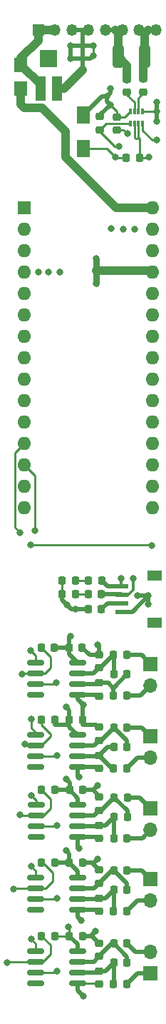
<source format=gtl>
G04 #@! TF.GenerationSoftware,KiCad,Pcbnew,(6.0.6)*
G04 #@! TF.CreationDate,2022-09-05T13:44:10+02:00*
G04 #@! TF.ProjectId,PAINTREv4,5041494e-5452-4457-9634-2e6b69636164,rev?*
G04 #@! TF.SameCoordinates,Original*
G04 #@! TF.FileFunction,Copper,L1,Top*
G04 #@! TF.FilePolarity,Positive*
%FSLAX46Y46*%
G04 Gerber Fmt 4.6, Leading zero omitted, Abs format (unit mm)*
G04 Created by KiCad (PCBNEW (6.0.6)) date 2022-09-05 13:44:10*
%MOMM*%
%LPD*%
G01*
G04 APERTURE LIST*
G04 Aperture macros list*
%AMRoundRect*
0 Rectangle with rounded corners*
0 $1 Rounding radius*
0 $2 $3 $4 $5 $6 $7 $8 $9 X,Y pos of 4 corners*
0 Add a 4 corners polygon primitive as box body*
4,1,4,$2,$3,$4,$5,$6,$7,$8,$9,$2,$3,0*
0 Add four circle primitives for the rounded corners*
1,1,$1+$1,$2,$3*
1,1,$1+$1,$4,$5*
1,1,$1+$1,$6,$7*
1,1,$1+$1,$8,$9*
0 Add four rect primitives between the rounded corners*
20,1,$1+$1,$2,$3,$4,$5,0*
20,1,$1+$1,$4,$5,$6,$7,0*
20,1,$1+$1,$6,$7,$8,$9,0*
20,1,$1+$1,$8,$9,$2,$3,0*%
G04 Aperture macros list end*
G04 #@! TA.AperFunction,SMDPad,CuDef*
%ADD10R,1.600000X1.800000*%
G04 #@! TD*
G04 #@! TA.AperFunction,SMDPad,CuDef*
%ADD11R,1.600000X2.000000*%
G04 #@! TD*
G04 #@! TA.AperFunction,SMDPad,CuDef*
%ADD12RoundRect,0.218750X-0.218750X-0.256250X0.218750X-0.256250X0.218750X0.256250X-0.218750X0.256250X0*%
G04 #@! TD*
G04 #@! TA.AperFunction,ComponentPad*
%ADD13R,1.350000X1.350000*%
G04 #@! TD*
G04 #@! TA.AperFunction,ComponentPad*
%ADD14O,1.350000X1.350000*%
G04 #@! TD*
G04 #@! TA.AperFunction,SMDPad,CuDef*
%ADD15R,1.800000X1.200000*%
G04 #@! TD*
G04 #@! TA.AperFunction,SMDPad,CuDef*
%ADD16R,1.550000X0.600000*%
G04 #@! TD*
G04 #@! TA.AperFunction,SMDPad,CuDef*
%ADD17RoundRect,0.218750X0.218750X0.256250X-0.218750X0.256250X-0.218750X-0.256250X0.218750X-0.256250X0*%
G04 #@! TD*
G04 #@! TA.AperFunction,SMDPad,CuDef*
%ADD18RoundRect,0.225000X0.225000X0.250000X-0.225000X0.250000X-0.225000X-0.250000X0.225000X-0.250000X0*%
G04 #@! TD*
G04 #@! TA.AperFunction,SMDPad,CuDef*
%ADD19RoundRect,0.225000X-0.250000X0.225000X-0.250000X-0.225000X0.250000X-0.225000X0.250000X0.225000X0*%
G04 #@! TD*
G04 #@! TA.AperFunction,SMDPad,CuDef*
%ADD20RoundRect,0.250000X0.400000X1.075000X-0.400000X1.075000X-0.400000X-1.075000X0.400000X-1.075000X0*%
G04 #@! TD*
G04 #@! TA.AperFunction,SMDPad,CuDef*
%ADD21RoundRect,0.225000X-0.225000X-0.250000X0.225000X-0.250000X0.225000X0.250000X-0.225000X0.250000X0*%
G04 #@! TD*
G04 #@! TA.AperFunction,SMDPad,CuDef*
%ADD22RoundRect,0.150000X0.825000X0.150000X-0.825000X0.150000X-0.825000X-0.150000X0.825000X-0.150000X0*%
G04 #@! TD*
G04 #@! TA.AperFunction,ComponentPad*
%ADD23R,1.700000X1.700000*%
G04 #@! TD*
G04 #@! TA.AperFunction,ComponentPad*
%ADD24O,1.700000X1.700000*%
G04 #@! TD*
G04 #@! TA.AperFunction,SMDPad,CuDef*
%ADD25RoundRect,0.218750X-0.256250X0.218750X-0.256250X-0.218750X0.256250X-0.218750X0.256250X0.218750X0*%
G04 #@! TD*
G04 #@! TA.AperFunction,ComponentPad*
%ADD26R,1.600000X1.600000*%
G04 #@! TD*
G04 #@! TA.AperFunction,ComponentPad*
%ADD27O,1.600000X1.600000*%
G04 #@! TD*
G04 #@! TA.AperFunction,SMDPad,CuDef*
%ADD28R,0.330000X0.710000*%
G04 #@! TD*
G04 #@! TA.AperFunction,SMDPad,CuDef*
%ADD29R,0.310000X0.660000*%
G04 #@! TD*
G04 #@! TA.AperFunction,SMDPad,CuDef*
%ADD30RoundRect,0.225000X0.250000X-0.225000X0.250000X0.225000X-0.250000X0.225000X-0.250000X-0.225000X0*%
G04 #@! TD*
G04 #@! TA.AperFunction,SMDPad,CuDef*
%ADD31R,1.200000X3.000000*%
G04 #@! TD*
G04 #@! TA.AperFunction,SMDPad,CuDef*
%ADD32R,2.000000X2.000000*%
G04 #@! TD*
G04 #@! TA.AperFunction,ViaPad*
%ADD33C,0.800000*%
G04 #@! TD*
G04 #@! TA.AperFunction,Conductor*
%ADD34C,0.500000*%
G04 #@! TD*
G04 #@! TA.AperFunction,Conductor*
%ADD35C,0.250000*%
G04 #@! TD*
G04 #@! TA.AperFunction,Conductor*
%ADD36C,1.000000*%
G04 #@! TD*
G04 #@! TA.AperFunction,Conductor*
%ADD37C,0.300000*%
G04 #@! TD*
G04 #@! TA.AperFunction,Conductor*
%ADD38C,0.750000*%
G04 #@! TD*
G04 #@! TA.AperFunction,Conductor*
%ADD39C,0.350000*%
G04 #@! TD*
G04 APERTURE END LIST*
D10*
X126615000Y-40880000D03*
X126615000Y-38080000D03*
D11*
X134000000Y-44000000D03*
X134000000Y-48000000D03*
D12*
X134612500Y-102600000D03*
X136187500Y-102600000D03*
X134612500Y-100800000D03*
X136187500Y-100800000D03*
X131525000Y-99200000D03*
X133100000Y-99200000D03*
X131512500Y-100800000D03*
X133087500Y-100800000D03*
X134625000Y-99200000D03*
X136200000Y-99200000D03*
D13*
X128665000Y-33950000D03*
D14*
X130665000Y-33950000D03*
X132665000Y-33950000D03*
X134665000Y-33950000D03*
X136665000Y-33950000D03*
X138665000Y-33950000D03*
X140665000Y-33950000D03*
X142665000Y-33950000D03*
D15*
X142475000Y-98600000D03*
X142475000Y-104200000D03*
D16*
X138600000Y-102900000D03*
X138600000Y-101900000D03*
X138600000Y-100900000D03*
X138600000Y-99900000D03*
D17*
X140715000Y-49050000D03*
X139140000Y-49050000D03*
D18*
X139257000Y-127206000D03*
X137707000Y-127206000D03*
D12*
X129074000Y-124031000D03*
X130649000Y-124031000D03*
D19*
X135904000Y-145536000D03*
X135904000Y-147086000D03*
D20*
X141300000Y-37100000D03*
X138200000Y-37100000D03*
D19*
X135904000Y-142208000D03*
X135904000Y-143758000D03*
D21*
X132376000Y-115750000D03*
X133926000Y-115750000D03*
D22*
X133378000Y-129619000D03*
X133378000Y-128349000D03*
X133378000Y-127079000D03*
X133378000Y-125809000D03*
X128428000Y-125809000D03*
X128428000Y-127079000D03*
X128428000Y-128349000D03*
X128428000Y-129619000D03*
D19*
X135904000Y-136873000D03*
X135904000Y-138423000D03*
D21*
X132376000Y-141345000D03*
X133926000Y-141345000D03*
D17*
X139231500Y-142234000D03*
X137656500Y-142234000D03*
D12*
X129024000Y-107150000D03*
X130599000Y-107150000D03*
D19*
X135879000Y-108013000D03*
X135879000Y-109563000D03*
D18*
X139232000Y-118920000D03*
X137682000Y-118920000D03*
D21*
X137669000Y-110345000D03*
X139219000Y-110345000D03*
D23*
X142025000Y-126210000D03*
D24*
X142025000Y-128750000D03*
D25*
X141110000Y-39712500D03*
X141110000Y-41287500D03*
D12*
X129049000Y-132682000D03*
X130624000Y-132682000D03*
D23*
X142025000Y-117670000D03*
D24*
X142025000Y-120210000D03*
D21*
X132401000Y-124031000D03*
X133951000Y-124031000D03*
D17*
X139206500Y-108039000D03*
X137631500Y-108039000D03*
D19*
X135929000Y-128222000D03*
X135929000Y-129772000D03*
D26*
X127000000Y-55000000D03*
D27*
X127000000Y-57540000D03*
X127000000Y-60080000D03*
X127000000Y-62620000D03*
X127000000Y-65160000D03*
X127000000Y-67700000D03*
X127000000Y-70240000D03*
X127000000Y-72780000D03*
X127000000Y-75320000D03*
X127000000Y-77860000D03*
X127000000Y-80400000D03*
X127000000Y-82940000D03*
X127000000Y-85480000D03*
X127000000Y-88020000D03*
X127000000Y-90560000D03*
X142240000Y-90560000D03*
X142240000Y-88020000D03*
X142240000Y-85480000D03*
X142240000Y-82940000D03*
X142240000Y-80400000D03*
X142240000Y-77860000D03*
X142240000Y-75320000D03*
X142240000Y-72780000D03*
X142240000Y-70240000D03*
X142240000Y-67700000D03*
X142240000Y-65160000D03*
X142240000Y-62620000D03*
X142240000Y-60080000D03*
X142240000Y-57540000D03*
X142240000Y-55000000D03*
D19*
X135904000Y-133545000D03*
X135904000Y-135095000D03*
D23*
X142025000Y-134607000D03*
D24*
X142025000Y-137147000D03*
D22*
X133353000Y-138270000D03*
X133353000Y-137000000D03*
X133353000Y-135730000D03*
X133353000Y-134460000D03*
X128403000Y-134460000D03*
X128403000Y-135730000D03*
X128403000Y-137000000D03*
X128403000Y-138270000D03*
D17*
X139256500Y-124920000D03*
X137681500Y-124920000D03*
X139231500Y-133571000D03*
X137656500Y-133571000D03*
D18*
X139232000Y-144520000D03*
X137682000Y-144520000D03*
D19*
X135904000Y-116608000D03*
X135904000Y-118158000D03*
D22*
X133353000Y-121333000D03*
X133353000Y-120063000D03*
X133353000Y-118793000D03*
X133353000Y-117523000D03*
X128403000Y-117523000D03*
X128403000Y-118793000D03*
X128403000Y-120063000D03*
X128403000Y-121333000D03*
D23*
X142000000Y-145790000D03*
D24*
X142000000Y-143250000D03*
D23*
X142025000Y-109095000D03*
D24*
X142025000Y-111635000D03*
D19*
X135879000Y-111341000D03*
X135879000Y-112891000D03*
D17*
X139181000Y-112865000D03*
X137606000Y-112865000D03*
D25*
X139240000Y-39742500D03*
X139240000Y-41317500D03*
D28*
X139590000Y-45035000D03*
D29*
X140090000Y-45035000D03*
X140590000Y-45035000D03*
X141090000Y-45035000D03*
X141090000Y-43565000D03*
X140590000Y-43565000D03*
X140090000Y-43565000D03*
X139590000Y-43565000D03*
D12*
X129049000Y-141345000D03*
X130624000Y-141345000D03*
D17*
X139206000Y-121460000D03*
X137631000Y-121460000D03*
X139206000Y-138397000D03*
X137631000Y-138397000D03*
X139206000Y-147060000D03*
X137631000Y-147060000D03*
X139231000Y-129746000D03*
X137656000Y-129746000D03*
D18*
X139232000Y-135857000D03*
X137682000Y-135857000D03*
D22*
X133328000Y-112738000D03*
X133328000Y-111468000D03*
X133328000Y-110198000D03*
X133328000Y-108928000D03*
X128378000Y-108928000D03*
X128378000Y-110198000D03*
X128378000Y-111468000D03*
X128378000Y-112738000D03*
D25*
X136000000Y-44212500D03*
X136000000Y-45787500D03*
D21*
X132376000Y-132682000D03*
X133926000Y-132682000D03*
X132351000Y-107150000D03*
X133901000Y-107150000D03*
D12*
X129049000Y-115750000D03*
X130624000Y-115750000D03*
D19*
X135904000Y-119936000D03*
X135904000Y-121486000D03*
D30*
X138000000Y-45775000D03*
X138000000Y-44225000D03*
D22*
X133353000Y-146933000D03*
X133353000Y-145663000D03*
X133353000Y-144393000D03*
X133353000Y-143123000D03*
X128403000Y-143123000D03*
X128403000Y-144393000D03*
X128403000Y-145663000D03*
X128403000Y-146933000D03*
D17*
X139231500Y-116634000D03*
X137656500Y-116634000D03*
D19*
X135929000Y-124894000D03*
X135929000Y-126444000D03*
D31*
X128915000Y-40900000D03*
X130915000Y-40900000D03*
D32*
X129915000Y-37350000D03*
D33*
X134000000Y-113965000D03*
X133915000Y-35800000D03*
X142750000Y-43550000D03*
X129880000Y-62620000D03*
X135750000Y-106845000D03*
X131200000Y-62600000D03*
X133500000Y-122500000D03*
X133915000Y-38700000D03*
X137815000Y-49000000D03*
X140500000Y-101000000D03*
X141750000Y-101000000D03*
X135215000Y-35800000D03*
X135750000Y-123500000D03*
X139250000Y-46250000D03*
X137300000Y-57500000D03*
X132515000Y-35800000D03*
X138760000Y-57540000D03*
X133500000Y-131000000D03*
X134000000Y-148500000D03*
X135500000Y-140750000D03*
X132515000Y-37300000D03*
X133915000Y-37300000D03*
X132815000Y-39800000D03*
X133750000Y-139500000D03*
X135215000Y-37000000D03*
X140160000Y-57540000D03*
X128680000Y-62620000D03*
X135750000Y-132250000D03*
X142750000Y-44750000D03*
X142750000Y-42450000D03*
X141750000Y-102000000D03*
X138500000Y-99000000D03*
X140000000Y-99000000D03*
X125000000Y-144500000D03*
X127830000Y-141726000D03*
X127830000Y-115635000D03*
X127805000Y-107531000D03*
X127830000Y-124670000D03*
X127750000Y-95000000D03*
X127830000Y-133063000D03*
X142200000Y-95100000D03*
X128250000Y-93250000D03*
X126750000Y-110345000D03*
X125750000Y-135750000D03*
X126500000Y-127000000D03*
X135600000Y-62500000D03*
X132500000Y-105845000D03*
X132000000Y-122750000D03*
X137000000Y-62500000D03*
X135600000Y-64000000D03*
X137240000Y-40880000D03*
X133100000Y-102600000D03*
X136815000Y-41800000D03*
X132250000Y-140250000D03*
X135600000Y-61000000D03*
X132125000Y-102125000D03*
X132000000Y-131250000D03*
X132000000Y-114215000D03*
X137227500Y-42812500D03*
X130903000Y-128222000D03*
X130878000Y-119936000D03*
X130878000Y-136873000D03*
X130878000Y-145536000D03*
X130853000Y-111341000D03*
X126500000Y-93500000D03*
X127105500Y-118573773D03*
X138250000Y-47750000D03*
X141815000Y-49000000D03*
X142715000Y-47000000D03*
D34*
X133353000Y-138270000D02*
X133353000Y-139103000D01*
D35*
X141090000Y-43565000D02*
X142735000Y-43565000D01*
D34*
X141750000Y-101000000D02*
X140500000Y-101000000D01*
X135318000Y-132682000D02*
X135750000Y-132250000D01*
X135041000Y-132682000D02*
X135318000Y-132682000D01*
X135776000Y-129619000D02*
X135929000Y-129772000D01*
D36*
X132815000Y-39800000D02*
X133915000Y-38700000D01*
D34*
X133378000Y-129619000D02*
X135776000Y-129619000D01*
X133328000Y-112738000D02*
X135726000Y-112738000D01*
X133765000Y-33950000D02*
X132665000Y-33950000D01*
D35*
X135751000Y-146933000D02*
X135904000Y-147086000D01*
D34*
X135879000Y-106974000D02*
X135750000Y-106845000D01*
X139850000Y-102900000D02*
X141750000Y-101000000D01*
X135219000Y-124031000D02*
X135750000Y-123500000D01*
X134764000Y-108013000D02*
X133901000Y-107150000D01*
X134980000Y-138270000D02*
X135751000Y-138270000D01*
X134915000Y-37300000D02*
X135215000Y-37000000D01*
X132515000Y-37300000D02*
X132515000Y-35800000D01*
X142750000Y-43550000D02*
X142750000Y-44750000D01*
X133353000Y-147853000D02*
X134000000Y-148500000D01*
X135929000Y-124741000D02*
X135219000Y-124031000D01*
X133378000Y-129619000D02*
X133378000Y-130878000D01*
X133915000Y-37300000D02*
X133915000Y-35800000D01*
X133353000Y-121333000D02*
X135751000Y-121333000D01*
D35*
X134000000Y-48000000D02*
X136815000Y-48000000D01*
X137865000Y-49050000D02*
X137815000Y-49000000D01*
D34*
X133328000Y-112738000D02*
X133328000Y-113293000D01*
X132515000Y-35800000D02*
X135215000Y-35800000D01*
X133926000Y-116285000D02*
X135581000Y-116285000D01*
X142750000Y-43550000D02*
X142750000Y-42450000D01*
X133353000Y-146933000D02*
X133353000Y-147853000D01*
X133915000Y-34100000D02*
X133765000Y-33950000D01*
X132515000Y-37300000D02*
X134915000Y-37300000D01*
X133915000Y-38700000D02*
X133915000Y-37300000D01*
X135751000Y-138270000D02*
X135904000Y-138423000D01*
X133765000Y-33950000D02*
X134665000Y-33950000D01*
D35*
X136815000Y-48000000D02*
X137815000Y-49000000D01*
D34*
X133353000Y-138270000D02*
X134980000Y-138270000D01*
X134905000Y-141345000D02*
X135041000Y-141345000D01*
D35*
X135165000Y-37050000D02*
X135215000Y-37000000D01*
D34*
X135726000Y-112738000D02*
X135879000Y-112891000D01*
D35*
X142735000Y-43565000D02*
X142750000Y-43550000D01*
D34*
X135041000Y-132682000D02*
X135904000Y-133545000D01*
X133378000Y-130878000D02*
X133500000Y-131000000D01*
X141750000Y-101000000D02*
X141750000Y-102000000D01*
X135879000Y-108013000D02*
X135879000Y-106974000D01*
X133328000Y-113293000D02*
X134000000Y-113965000D01*
X133926000Y-132682000D02*
X135041000Y-132682000D01*
X133915000Y-35800000D02*
X133915000Y-34100000D01*
D35*
X139140000Y-49050000D02*
X137865000Y-49050000D01*
D34*
X133926000Y-115750000D02*
X133926000Y-114039000D01*
D35*
X133353000Y-146933000D02*
X135751000Y-146933000D01*
X135215000Y-37000000D02*
X135215000Y-35800000D01*
X138000000Y-45775000D02*
X138775000Y-45775000D01*
D34*
X133353000Y-122353000D02*
X133500000Y-122500000D01*
X135751000Y-121333000D02*
X135904000Y-121486000D01*
X133951000Y-124031000D02*
X135219000Y-124031000D01*
X138600000Y-102900000D02*
X139850000Y-102900000D01*
X135581000Y-116285000D02*
X135904000Y-116608000D01*
X133353000Y-121333000D02*
X133353000Y-122353000D01*
D36*
X131715000Y-40900000D02*
X132815000Y-39800000D01*
X130915000Y-40900000D02*
X131715000Y-40900000D01*
D34*
X135879000Y-108013000D02*
X134764000Y-108013000D01*
X134905000Y-141345000D02*
X135500000Y-140750000D01*
X135041000Y-141345000D02*
X135904000Y-142208000D01*
X135929000Y-124894000D02*
X135929000Y-124741000D01*
X133353000Y-139103000D02*
X133750000Y-139500000D01*
X133926000Y-141345000D02*
X134905000Y-141345000D01*
D35*
X138775000Y-45775000D02*
X139250000Y-46250000D01*
D37*
X138500000Y-99000000D02*
X138500000Y-99800000D01*
D34*
X136900000Y-99900000D02*
X136200000Y-99200000D01*
D37*
X138500000Y-99800000D02*
X138600000Y-99900000D01*
D34*
X138600000Y-99900000D02*
X136900000Y-99900000D01*
X138500000Y-100800000D02*
X138600000Y-100900000D01*
D37*
X140000000Y-99000000D02*
X140000000Y-100275000D01*
X139375000Y-100900000D02*
X138600000Y-100900000D01*
D34*
X136187500Y-100800000D02*
X138500000Y-100800000D01*
D37*
X140000000Y-100275000D02*
X139375000Y-100900000D01*
D35*
X129227000Y-144393000D02*
X128403000Y-144393000D01*
X129049000Y-141345000D02*
X130116000Y-142412000D01*
X128403000Y-144393000D02*
X125107000Y-144393000D01*
X130116000Y-143504000D02*
X129227000Y-144393000D01*
X130116000Y-142412000D02*
X130116000Y-143504000D01*
X125107000Y-144393000D02*
X125000000Y-144500000D01*
X127830000Y-116666000D02*
X127830000Y-115635000D01*
X128403000Y-142299000D02*
X127830000Y-141726000D01*
X128378000Y-108928000D02*
X128378000Y-108104000D01*
X127750000Y-95000000D02*
X142100000Y-95000000D01*
X128428000Y-125809000D02*
X128428000Y-125268000D01*
X128403000Y-117239000D02*
X127830000Y-116666000D01*
X128403000Y-133636000D02*
X127830000Y-133063000D01*
X128403000Y-143123000D02*
X128403000Y-142299000D01*
X128403000Y-117523000D02*
X128403000Y-117239000D01*
X128403000Y-134460000D02*
X128403000Y-133636000D01*
X128428000Y-125268000D02*
X127830000Y-124670000D01*
X128378000Y-108104000D02*
X127805000Y-107531000D01*
X142100000Y-95000000D02*
X142200000Y-95100000D01*
D36*
X128915000Y-40900000D02*
X128915000Y-40380000D01*
X128915000Y-40380000D02*
X126615000Y-38080000D01*
X128665000Y-35200000D02*
X128665000Y-33950000D01*
X126615000Y-38080000D02*
X126615000Y-37250000D01*
X126615000Y-37250000D02*
X128665000Y-35200000D01*
X128665000Y-33950000D02*
X130665000Y-33950000D01*
D34*
X137656500Y-142234000D02*
X137428000Y-142234000D01*
X133353000Y-144393000D02*
X135269000Y-144393000D01*
X137428000Y-142234000D02*
X135904000Y-143758000D01*
X135904000Y-143758000D02*
X135269000Y-144393000D01*
X139232000Y-144520000D02*
X139232000Y-143809500D01*
X139232000Y-143809500D02*
X137656500Y-142234000D01*
D35*
X128378000Y-110198000D02*
X126897000Y-110198000D01*
X130116000Y-109583000D02*
X130116000Y-108242000D01*
X127000000Y-85480000D02*
X128250000Y-86730000D01*
X129501000Y-110198000D02*
X130116000Y-109583000D01*
X128378000Y-110198000D02*
X129501000Y-110198000D01*
X130116000Y-108242000D02*
X129024000Y-107150000D01*
X128250000Y-86730000D02*
X128250000Y-93250000D01*
X126897000Y-110198000D02*
X126750000Y-110345000D01*
D34*
X133353000Y-135730000D02*
X135269000Y-135730000D01*
X137428000Y-133571000D02*
X135904000Y-135095000D01*
X135269000Y-135730000D02*
X135904000Y-135095000D01*
X139232000Y-135857000D02*
X139232000Y-135146500D01*
X137656500Y-133571000D02*
X137428000Y-133571000D01*
X139232000Y-135146500D02*
X137656500Y-133571000D01*
X136887500Y-101900000D02*
X138600000Y-101900000D01*
X136187500Y-102600000D02*
X136887500Y-101900000D01*
X142000000Y-143250000D02*
X140247500Y-143250000D01*
X140247500Y-143250000D02*
X139231500Y-142234000D01*
X142000000Y-145790000D02*
X140476000Y-145790000D01*
X140476000Y-145790000D02*
X139206000Y-147060000D01*
X140989000Y-133571000D02*
X142025000Y-134607000D01*
X139231500Y-133571000D02*
X140989000Y-133571000D01*
X142025000Y-137147000D02*
X140456000Y-137147000D01*
X140456000Y-137147000D02*
X139206000Y-138397000D01*
X142025000Y-120210000D02*
X140456000Y-120210000D01*
X140456000Y-120210000D02*
X139206000Y-121460000D01*
X141029000Y-129746000D02*
X142025000Y-128750000D01*
X139231000Y-129746000D02*
X141029000Y-129746000D01*
X140735000Y-124920000D02*
X142025000Y-126210000D01*
X139256500Y-124920000D02*
X140735000Y-124920000D01*
X140989000Y-116634000D02*
X142025000Y-117670000D01*
X139231500Y-116634000D02*
X140989000Y-116634000D01*
D35*
X129232000Y-132682000D02*
X129049000Y-132682000D01*
X128403000Y-135730000D02*
X129526000Y-135730000D01*
X130395000Y-133845000D02*
X129232000Y-132682000D01*
X129526000Y-135730000D02*
X130395000Y-134861000D01*
X125770000Y-135730000D02*
X125750000Y-135750000D01*
X128403000Y-135730000D02*
X125770000Y-135730000D01*
X130395000Y-134861000D02*
X130395000Y-133845000D01*
D34*
X140969000Y-108039000D02*
X142025000Y-109095000D01*
X139206500Y-108039000D02*
X140969000Y-108039000D01*
X140795000Y-112865000D02*
X142025000Y-111635000D01*
X139181000Y-112865000D02*
X140795000Y-112865000D01*
D35*
X128428000Y-127079000D02*
X126579000Y-127079000D01*
X130166000Y-125123000D02*
X129074000Y-124031000D01*
X130166000Y-126210000D02*
X130166000Y-125123000D01*
X126579000Y-127079000D02*
X126500000Y-127000000D01*
X129297000Y-127079000D02*
X130166000Y-126210000D01*
X128428000Y-127079000D02*
X129297000Y-127079000D01*
X134625000Y-99200000D02*
X133100000Y-99200000D01*
X133087500Y-100800000D02*
X134612500Y-100800000D01*
D34*
X133353000Y-133659000D02*
X132376000Y-132682000D01*
X133353000Y-142322000D02*
X132376000Y-141345000D01*
X134612500Y-102600000D02*
X133100000Y-102600000D01*
X132376000Y-131626000D02*
X132000000Y-131250000D01*
X133378000Y-125008000D02*
X132401000Y-124031000D01*
X132376000Y-132682000D02*
X132376000Y-131626000D01*
X136000000Y-44040000D02*
X137227500Y-42812500D01*
D35*
X138000000Y-43585000D02*
X137227500Y-42812500D01*
D34*
X130624000Y-132682000D02*
X132376000Y-132682000D01*
X132376000Y-116285000D02*
X130624000Y-116285000D01*
D35*
X130624000Y-141345000D02*
X132376000Y-141345000D01*
D34*
X133353000Y-143123000D02*
X133353000Y-142322000D01*
X133378000Y-125809000D02*
X133378000Y-125008000D01*
D35*
X132376000Y-140376000D02*
X132250000Y-140250000D01*
D34*
X132351000Y-105994000D02*
X132500000Y-105845000D01*
X136815000Y-42400000D02*
X137227500Y-42812500D01*
X132376000Y-115750000D02*
X132376000Y-114591000D01*
X136200000Y-41800000D02*
X134000000Y-44000000D01*
X132376000Y-114591000D02*
X132000000Y-114215000D01*
X132351000Y-107150000D02*
X132351000Y-105994000D01*
X130649000Y-124031000D02*
X132401000Y-124031000D01*
X136815000Y-41800000D02*
X136815000Y-42400000D01*
X133100000Y-102600000D02*
X132600000Y-102600000D01*
D38*
X142220000Y-62600000D02*
X142240000Y-62620000D01*
D34*
X132351000Y-107150000D02*
X132351000Y-107951000D01*
D36*
X135600000Y-62500000D02*
X142120000Y-62500000D01*
D34*
X130599000Y-107150000D02*
X132351000Y-107150000D01*
D35*
X132376000Y-141345000D02*
X132376000Y-140376000D01*
D34*
X137240000Y-40880000D02*
X137240000Y-41375000D01*
X133353000Y-134460000D02*
X133353000Y-133659000D01*
D35*
X131512500Y-100800000D02*
X131512500Y-99712500D01*
D34*
X132351000Y-107951000D02*
X133328000Y-108928000D01*
D35*
X138930000Y-44225000D02*
X139590000Y-43565000D01*
D34*
X136815000Y-41800000D02*
X136200000Y-41800000D01*
X132125000Y-102125000D02*
X131512500Y-101512500D01*
X132600000Y-102600000D02*
X132125000Y-102125000D01*
X137240000Y-41375000D02*
X136815000Y-41800000D01*
X132401000Y-124031000D02*
X132401000Y-123151000D01*
X136000000Y-44212500D02*
X136000000Y-44040000D01*
X131512500Y-101512500D02*
X131512500Y-100800000D01*
D35*
X138000000Y-44225000D02*
X138930000Y-44225000D01*
D34*
X132401000Y-123151000D02*
X132000000Y-122750000D01*
D35*
X138000000Y-44225000D02*
X138000000Y-43585000D01*
D38*
X135600000Y-64000000D02*
X135600000Y-61000000D01*
D36*
X142120000Y-62500000D02*
X142240000Y-62620000D01*
D34*
X132376000Y-116546000D02*
X133353000Y-117523000D01*
D35*
X130776000Y-128349000D02*
X130903000Y-128222000D01*
X128403000Y-145663000D02*
X130751000Y-145663000D01*
X130751000Y-120063000D02*
X130878000Y-119936000D01*
X130751000Y-137000000D02*
X130878000Y-136873000D01*
X128403000Y-137000000D02*
X130751000Y-137000000D01*
X130751000Y-145663000D02*
X130878000Y-145536000D01*
X130726000Y-111468000D02*
X130853000Y-111341000D01*
X128403000Y-120063000D02*
X130751000Y-120063000D01*
X128428000Y-128349000D02*
X130776000Y-128349000D01*
X128378000Y-111468000D02*
X130726000Y-111468000D01*
X127000000Y-82940000D02*
X125875000Y-84065000D01*
X130141000Y-117377000D02*
X130141000Y-117670000D01*
X125875000Y-84065000D02*
X125875000Y-92875000D01*
X128403000Y-118793000D02*
X127324727Y-118793000D01*
X127324727Y-118793000D02*
X127105500Y-118573773D01*
X129018000Y-118793000D02*
X130141000Y-117670000D01*
X125875000Y-92875000D02*
X126500000Y-93500000D01*
X128403000Y-118793000D02*
X129018000Y-118793000D01*
X130141000Y-117377000D02*
X129049000Y-116285000D01*
X136000000Y-45787500D02*
X136000000Y-46000000D01*
X136787500Y-45000000D02*
X136000000Y-45787500D01*
X136000000Y-46000000D02*
X137750000Y-47750000D01*
X139555000Y-45000000D02*
X136787500Y-45000000D01*
X137750000Y-47750000D02*
X138250000Y-47750000D01*
X140090000Y-45035000D02*
X140090000Y-46640000D01*
X140090000Y-46640000D02*
X140225000Y-46775000D01*
X140590000Y-46640000D02*
X140725000Y-46775000D01*
X140725000Y-49040000D02*
X140715000Y-49050000D01*
X141765000Y-49050000D02*
X141815000Y-49000000D01*
X140590000Y-45035000D02*
X140590000Y-46640000D01*
X140725000Y-46775000D02*
X140225000Y-46775000D01*
X140725000Y-48090000D02*
X140725000Y-49040000D01*
X140715000Y-49050000D02*
X141765000Y-49050000D01*
X140725000Y-46775000D02*
X140725000Y-48090000D01*
D36*
X141300000Y-37100000D02*
X141300000Y-34400000D01*
X141110000Y-37290000D02*
X141300000Y-37100000D01*
D34*
X141750000Y-33950000D02*
X142665000Y-33950000D01*
D36*
X141300000Y-34400000D02*
X141750000Y-33950000D01*
D34*
X140815000Y-34100000D02*
X140665000Y-33950000D01*
D36*
X141110000Y-39712500D02*
X141110000Y-37290000D01*
D34*
X140665000Y-33950000D02*
X141750000Y-33950000D01*
D35*
X140590000Y-43565000D02*
X140590000Y-41960000D01*
X141110000Y-41440000D02*
X140590000Y-41960000D01*
X141110000Y-41287500D02*
X141110000Y-41440000D01*
D34*
X136665000Y-33950000D02*
X137815000Y-33950000D01*
X137815000Y-33950000D02*
X138665000Y-33950000D01*
D36*
X139240000Y-39742500D02*
X139240000Y-38140000D01*
X138200000Y-34335000D02*
X137815000Y-33950000D01*
D39*
X137890000Y-34025000D02*
X137815000Y-33950000D01*
D36*
X139240000Y-38140000D02*
X138200000Y-37100000D01*
X138200000Y-37100000D02*
X138200000Y-34335000D01*
D35*
X139240000Y-41317500D02*
X139240000Y-41610000D01*
X140090000Y-42460000D02*
X140090000Y-43565000D01*
X139240000Y-41610000D02*
X140090000Y-42460000D01*
D36*
X127035000Y-43200000D02*
X129100000Y-43200000D01*
X126615000Y-40880000D02*
X126615000Y-42780000D01*
X131900000Y-46000000D02*
X131900000Y-49000000D01*
X129100000Y-43200000D02*
X131900000Y-46000000D01*
X137900000Y-55000000D02*
X142240000Y-55000000D01*
X131900000Y-49000000D02*
X137900000Y-55000000D01*
X126615000Y-42780000D02*
X127035000Y-43200000D01*
D35*
X141090000Y-45035000D02*
X141090000Y-45870000D01*
X141090000Y-45870000D02*
X142220000Y-47000000D01*
X142220000Y-47000000D02*
X142715000Y-47000000D01*
D34*
X139257000Y-126495500D02*
X137681500Y-124920000D01*
X133378000Y-127079000D02*
X135294000Y-127079000D01*
X135294000Y-127079000D02*
X135929000Y-126444000D01*
X135929000Y-126444000D02*
X136157500Y-126444000D01*
X136157500Y-126444000D02*
X137681500Y-124920000D01*
X139257000Y-127206000D02*
X139257000Y-126495500D01*
X135929000Y-128222000D02*
X136691000Y-128222000D01*
X135802000Y-128349000D02*
X135929000Y-128222000D01*
X133378000Y-128349000D02*
X135802000Y-128349000D01*
X137656000Y-127257000D02*
X137707000Y-127206000D01*
X136691000Y-128222000D02*
X137707000Y-127206000D01*
X137656000Y-129746000D02*
X137656000Y-127257000D01*
X139232000Y-118920000D02*
X139232000Y-118209500D01*
X136132500Y-118158000D02*
X137656500Y-116634000D01*
X135269000Y-118793000D02*
X135904000Y-118158000D01*
X135904000Y-118158000D02*
X136132500Y-118158000D01*
X133353000Y-118793000D02*
X135269000Y-118793000D01*
X139232000Y-118209500D02*
X137656500Y-116634000D01*
X137631000Y-121460000D02*
X137428000Y-121460000D01*
X133353000Y-120063000D02*
X135777000Y-120063000D01*
X137682000Y-118920000D02*
X136920000Y-118920000D01*
X136920000Y-118920000D02*
X135904000Y-119936000D01*
X135777000Y-120063000D02*
X135904000Y-119936000D01*
X137428000Y-121460000D02*
X135904000Y-119936000D01*
X135879000Y-109563000D02*
X136107500Y-109563000D01*
X137669000Y-108076500D02*
X137631500Y-108039000D01*
X136107500Y-109563000D02*
X137631500Y-108039000D01*
X135244000Y-110198000D02*
X135879000Y-109563000D01*
X137669000Y-110345000D02*
X137669000Y-108076500D01*
X133328000Y-110198000D02*
X135244000Y-110198000D01*
X137606000Y-112865000D02*
X137606000Y-111958000D01*
X133328000Y-111468000D02*
X135752000Y-111468000D01*
X136989000Y-111341000D02*
X137606000Y-111958000D01*
X135879000Y-111341000D02*
X136989000Y-111341000D01*
X137606000Y-111958000D02*
X139219000Y-110345000D01*
X135752000Y-111468000D02*
X135879000Y-111341000D01*
X135904000Y-145536000D02*
X136666000Y-145536000D01*
X137682000Y-147009000D02*
X137631000Y-147060000D01*
X137682000Y-144520000D02*
X137682000Y-147009000D01*
X136666000Y-145536000D02*
X137682000Y-144520000D01*
X135777000Y-145663000D02*
X135904000Y-145536000D01*
X133353000Y-145663000D02*
X135777000Y-145663000D01*
X137682000Y-138346000D02*
X137631000Y-138397000D01*
X135904000Y-136873000D02*
X136666000Y-136873000D01*
X135777000Y-137000000D02*
X135904000Y-136873000D01*
X137682000Y-135857000D02*
X137682000Y-138346000D01*
X133353000Y-137000000D02*
X135777000Y-137000000D01*
X136666000Y-136873000D02*
X137682000Y-135857000D01*
M02*

</source>
